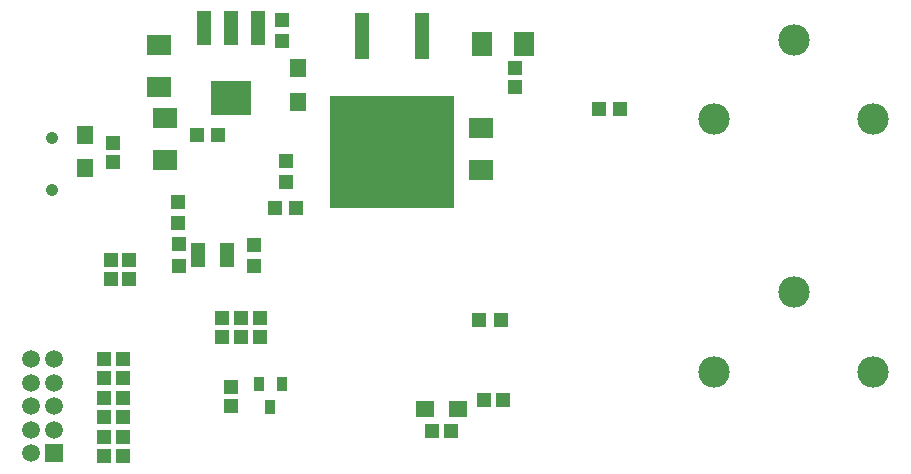
<source format=gbs>
G04 Layer_Color=16711935*
%FSLAX43Y43*%
%MOMM*%
G71*
G01*
G75*
%ADD73R,1.160X1.160*%
%ADD74R,1.160X1.160*%
%ADD75R,1.160X1.310*%
%ADD76R,1.310X1.160*%
%ADD94C,2.660*%
%ADD95C,1.060*%
%ADD96R,1.510X1.510*%
%ADD97C,1.510*%
%ADD98R,2.110X1.660*%
%ADD99R,1.660X2.110*%
%ADD100R,1.510X1.360*%
%ADD101R,1.360X1.510*%
%ADD102R,3.460X2.860*%
%ADD103R,1.160X2.860*%
%ADD104R,10.560X9.460*%
%ADD105R,1.160X3.960*%
%ADD106R,1.260X2.060*%
%ADD107R,0.810X1.260*%
D73*
X42500Y8300D02*
D03*
X44100D02*
D03*
X39700Y5700D02*
D03*
X38100D02*
D03*
D74*
X12400Y18600D02*
D03*
Y20200D02*
D03*
X10900Y18600D02*
D03*
Y20200D02*
D03*
X11900Y10200D02*
D03*
Y11800D02*
D03*
Y6900D02*
D03*
Y8500D02*
D03*
Y3600D02*
D03*
Y5200D02*
D03*
X10300Y3600D02*
D03*
Y5200D02*
D03*
Y8500D02*
D03*
Y6900D02*
D03*
Y10200D02*
D03*
Y11800D02*
D03*
X21100Y7800D02*
D03*
Y9400D02*
D03*
X23500Y15300D02*
D03*
Y13700D02*
D03*
X21900Y15300D02*
D03*
Y13700D02*
D03*
X20300Y15300D02*
D03*
Y13700D02*
D03*
X11100Y28500D02*
D03*
Y30100D02*
D03*
X45100Y34800D02*
D03*
Y36400D02*
D03*
D75*
X23015Y21483D02*
D03*
Y19683D02*
D03*
X16700Y21500D02*
D03*
Y19700D02*
D03*
X16600Y25100D02*
D03*
Y23300D02*
D03*
X25700Y26800D02*
D03*
Y28600D02*
D03*
X25350Y38694D02*
D03*
Y40494D02*
D03*
D76*
X26600Y24600D02*
D03*
X24800D02*
D03*
X20000Y30800D02*
D03*
X18200D02*
D03*
X43900Y15100D02*
D03*
X42100D02*
D03*
X52200Y33000D02*
D03*
X54000D02*
D03*
D94*
X61950Y10700D02*
D03*
X68700Y17450D02*
D03*
X75450Y10700D02*
D03*
Y32100D02*
D03*
X68700Y38850D02*
D03*
X61950Y32100D02*
D03*
D95*
X5925Y26100D02*
D03*
Y30500D02*
D03*
D96*
X6100Y3800D02*
D03*
D97*
Y5800D02*
D03*
Y7800D02*
D03*
Y9800D02*
D03*
Y11800D02*
D03*
X4100Y3800D02*
D03*
Y5800D02*
D03*
Y7800D02*
D03*
Y9800D02*
D03*
Y11800D02*
D03*
D98*
X15500Y32175D02*
D03*
Y28625D02*
D03*
X14950Y34819D02*
D03*
Y38369D02*
D03*
X42250Y27770D02*
D03*
Y31320D02*
D03*
D99*
X42325Y38500D02*
D03*
X45875D02*
D03*
D100*
X37500Y7600D02*
D03*
X40300D02*
D03*
D101*
X8700Y30800D02*
D03*
Y28000D02*
D03*
X26700Y36400D02*
D03*
Y33600D02*
D03*
D102*
X21050Y33894D02*
D03*
D103*
X23350Y39794D02*
D03*
X21050D02*
D03*
X18750D02*
D03*
D104*
X34725Y29295D02*
D03*
D105*
X37265Y39145D02*
D03*
X32185D02*
D03*
D106*
X18250Y20600D02*
D03*
X20750D02*
D03*
D107*
X23450Y9700D02*
D03*
X25350D02*
D03*
X24400Y7700D02*
D03*
M02*

</source>
